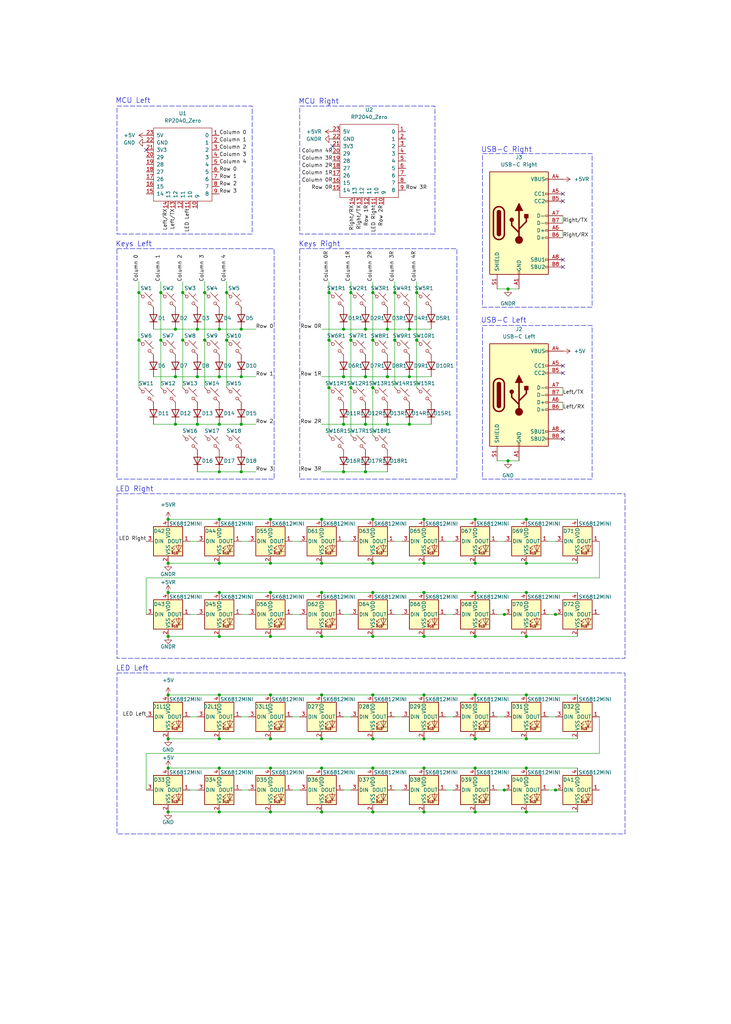
<source format=kicad_sch>
(kicad_sch (version 20250114) (generator "eeschema") (generator_version "9.0")
  (paper "User" 254 355.6)
  (title_block (title "Split") (date "2025-03-22") (rev "1") (company "Lukas Reis"))
  (rectangle (start 40.64 86.36) (end 95.25 166.37) (stroke (width 0) (type dash)))
  (rectangle (start 40.64 36.83) (end 87.63 81.28) (stroke (width 0) (type dash)))
  (rectangle (start 104.14 36.83) (end 151.13 81.28) (stroke (width 0) (type dash)))
  (rectangle (start 167.64 113.03) (end 205.74 166.37) (stroke (width 0) (type dash)))
  (rectangle (start 40.64 233.68) (end 217.17 289.56) (stroke (width 0) (type dash)))
  (rectangle (start 40.64 171.45) (end 217.17 228.6) (stroke (width 0) (type dash)))
  (rectangle (start 104.14 86.36) (end 158.75 166.37) (stroke (width 0) (type dash)))
  (rectangle (start 167.64 53.34) (end 205.74 106.68) (stroke (width 0) (type dash)))
  (text "Keys Right" (at 110.998 84.836 0) (effects (font (size 1.778 1.778))))
  (text "LED Left" (at 45.974 232.156 0) (effects (font (size 1.778 1.778))))
  (text "USB-C Left\n\n" (at 175.006 112.776 0) (effects (font (size 1.778 1.778))))
  (text "MCU Right" (at 110.744 35.306 0) (effects (font (size 1.778 1.778))))
  (text "USB-C Right" (at 176.022 52.07 0) (effects (font (size 1.778 1.778))))
  (text "Keys Left\n" (at 46.482 84.836 0) (effects (font (size 1.778 1.778))))
  (text "LED Right" (at 46.736 169.926 0) (effects (font (size 1.778 1.778))))
  (text "MCU Left" (at 46.228 35.052 0) (effects (font (size 1.778 1.778))))
  (junction (at 121.92 101.6))
  (junction (at 134.62 147.32))
  (junction (at 111.76 256.54))
  (junction (at 111.76 180.34))
  (junction (at 111.76 266.7))
  (junction (at 176.53 160.02))
  (junction (at 129.54 266.7))
  (junction (at 78.74 118.11))
  (junction (at 147.32 266.7))
  (junction (at 165.1 195.58))
  (junction (at 63.5 118.11))
  (junction (at 144.78 118.11))
  (junction (at 111.76 281.94))
  (junction (at 111.76 195.58))
  (junction (at 129.54 205.74))
  (junction (at 193.04 213.36))
  (junction (at 137.16 118.11))
  (junction (at 76.2 281.94))
  (junction (at 147.32 241.3))
  (junction (at 93.98 241.3))
  (junction (at 83.82 130.81))
  (junction (at 68.58 130.81))
  (junction (at 76.2 241.3))
  (junction (at 193.04 274.32))
  (junction (at 129.54 195.58))
  (junction (at 121.92 134.62))
  (junction (at 111.76 220.98))
  (junction (at 83.82 147.32))
  (junction (at 147.32 220.98))
  (junction (at 119.38 130.81))
  (junction (at 55.88 101.6))
  (junction (at 93.98 205.74))
  (junction (at 129.54 220.98))
  (junction (at 129.54 180.34))
  (junction (at 182.88 180.34))
  (junction (at 68.58 147.32))
  (junction (at 111.76 205.74))
  (junction (at 60.96 114.3))
  (junction (at 93.98 256.54))
  (junction (at 121.92 118.11))
  (junction (at 76.2 220.98))
  (junction (at 182.88 281.94))
  (junction (at 165.1 256.54))
  (junction (at 165.1 241.3))
  (junction (at 58.42 220.98))
  (junction (at 137.16 101.6))
  (junction (at 182.88 205.74))
  (junction (at 93.98 266.7))
  (junction (at 76.2 205.74))
  (junction (at 147.32 281.94))
  (junction (at 165.1 180.34))
  (junction (at 83.82 114.3))
  (junction (at 129.54 241.3))
  (junction (at 119.38 147.32))
  (junction (at 114.3 101.6))
  (junction (at 76.2 163.83))
  (junction (at 182.88 195.58))
  (junction (at 182.88 241.3))
  (junction (at 127 147.32))
  (junction (at 78.74 101.6))
  (junction (at 58.42 266.7))
  (junction (at 58.42 281.94))
  (junction (at 63.5 101.6))
  (junction (at 76.2 266.7))
  (junction (at 93.98 180.34))
  (junction (at 182.88 266.7))
  (junction (at 147.32 195.58))
  (junction (at 127 114.3))
  (junction (at 58.42 195.58))
  (junction (at 175.26 274.32))
  (junction (at 58.42 180.34))
  (junction (at 165.1 281.94))
  (junction (at 142.24 114.3))
  (junction (at 71.12 101.6))
  (junction (at 175.26 213.36))
  (junction (at 119.38 114.3))
  (junction (at 58.42 205.74))
  (junction (at 129.54 118.11))
  (junction (at 93.98 195.58))
  (junction (at 58.42 241.3))
  (junction (at 48.26 101.6))
  (junction (at 71.12 118.11))
  (junction (at 76.2 180.34))
  (junction (at 134.62 130.81))
  (junction (at 76.2 147.32))
  (junction (at 55.88 118.11))
  (junction (at 68.58 114.3))
  (junction (at 76.2 130.81))
  (junction (at 165.1 220.98))
  (junction (at 147.32 180.34))
  (junction (at 129.54 101.6))
  (junction (at 127 130.81))
  (junction (at 129.54 134.62))
  (junction (at 93.98 220.98))
  (junction (at 129.54 281.94))
  (junction (at 76.2 114.3))
  (junction (at 58.42 256.54))
  (junction (at 129.54 256.54))
  (junction (at 182.88 256.54))
  (junction (at 127 163.83))
  (junction (at 114.3 118.11))
  (junction (at 142.24 147.32))
  (junction (at 142.24 130.81))
  (junction (at 119.38 163.83))
  (junction (at 111.76 241.3))
  (junction (at 93.98 281.94))
  (junction (at 114.3 134.62))
  (junction (at 83.82 163.83))
  (junction (at 134.62 114.3))
  (junction (at 48.26 118.11))
  (junction (at 76.2 195.58))
  (junction (at 182.88 220.98))
  (junction (at 76.2 256.54))
  (junction (at 147.32 256.54))
  (junction (at 60.96 147.32))
  (junction (at 165.1 266.7))
  (junction (at 144.78 101.6))
  (junction (at 60.96 130.81))
  (junction (at 147.32 205.74))
  (junction (at 165.1 205.74))
  (junction (at 176.53 100.33))
  (no_connect (at 115.57 50.8))
  (no_connect (at 195.58 127))
  (no_connect (at 195.58 67.31))
  (no_connect (at 50.8 52.07))
  (no_connect (at 195.58 69.85))
  (no_connect (at 195.58 90.17))
  (no_connect (at 195.58 149.86))
  (no_connect (at 195.58 92.71))
  (no_connect (at 195.58 129.54))
  (no_connect (at 195.58 152.4))
  (wire (pts (xy 53.34 130.81) (xy 60.96 130.81)))
  (wire (pts (xy 63.5 97.79) (xy 63.5 101.6)))
  (wire (pts (xy 111.76 130.81) (xy 119.38 130.81)))
  (wire (pts (xy 165.1 281.94) (xy 182.88 281.94)))
  (wire (pts (xy 165.1 205.74) (xy 182.88 205.74)))
  (wire (pts (xy 93.98 220.98) (xy 111.76 220.98)))
  (wire (pts (xy 165.1 180.34) (xy 182.88 180.34)))
  (wire (pts (xy 142.24 114.3) (xy 149.86 114.3)))
  (wire (pts (xy 60.96 114.3) (xy 68.58 114.3)))
  (wire (pts (xy 182.88 220.98) (xy 200.66 220.98)))
  (wire (pts (xy 58.42 205.74) (xy 76.2 205.74)))
  (wire (pts (xy 182.88 180.34) (xy 200.66 180.34)))
  (wire (pts (xy 76.2 281.94) (xy 93.98 281.94)))
  (wire (pts (xy 119.38 147.32) (xy 127 147.32)))
  (wire (pts (xy 165.1 241.3) (xy 182.88 241.3)))
  (wire (pts (xy 58.42 195.58) (xy 76.2 195.58)))
  (wire (pts (xy 88.9 147.32) (xy 83.82 147.32)))
  (wire (pts (xy 53.34 114.3) (xy 60.96 114.3)))
  (wire (pts (xy 58.42 241.3) (xy 76.2 241.3)))
  (wire (pts (xy 55.88 97.79) (xy 55.88 101.6)))
  (wire (pts (xy 182.88 205.74) (xy 200.66 205.74)))
  (wire (pts (xy 119.38 248.92) (xy 121.92 248.92)))
  (wire (pts (xy 172.72 248.92) (xy 175.26 248.92)))
  (wire (pts (xy 142.24 130.81) (xy 149.86 130.81)))
  (wire (pts (xy 129.54 256.54) (xy 147.32 256.54)))
  (wire (pts (xy 93.98 241.3) (xy 111.76 241.3)))
  (wire (pts (xy 182.88 241.3) (xy 200.66 241.3)))
  (wire (pts (xy 119.38 187.96) (xy 121.92 187.96)))
  (wire (pts (xy 101.6 248.92) (xy 104.14 248.92)))
  (wire (pts (xy 195.58 80.01) (xy 195.58 82.55)))
  (wire (pts (xy 193.04 213.36) (xy 194.31 213.36)))
  (wire (pts (xy 129.54 205.74) (xy 147.32 205.74)))
  (wire (pts (xy 165.1 195.58) (xy 182.88 195.58)))
  (wire (pts (xy 76.2 241.3) (xy 93.98 241.3)))
  (wire (pts (xy 165.1 220.98) (xy 182.88 220.98)))
  (wire (pts (xy 63.5 101.6) (xy 63.5 118.11)))
  (wire (pts (xy 76.2 180.34) (xy 93.98 180.34)))
  (wire (pts (xy 101.6 274.32) (xy 104.14 274.32)))
  (wire (pts (xy 195.58 74.93) (xy 195.58 77.47)))
  (wire (pts (xy 137.16 248.92) (xy 139.7 248.92)))
  (wire (pts (xy 147.32 195.58) (xy 165.1 195.58)))
  (wire (pts (xy 195.58 134.62) (xy 195.58 137.16)))
  (wire (pts (xy 58.42 256.54) (xy 76.2 256.54)))
  (wire (pts (xy 58.42 266.7) (xy 76.2 266.7)))
  (wire (pts (xy 172.72 100.33) (xy 176.53 100.33)))
  (wire (pts (xy 121.92 101.6) (xy 121.92 118.11)))
  (wire (pts (xy 147.32 266.7) (xy 165.1 266.7)))
  (wire (pts (xy 76.2 195.58) (xy 93.98 195.58)))
  (wire (pts (xy 190.5 213.36) (xy 193.04 213.36)))
  (wire (pts (xy 111.76 281.94) (xy 129.54 281.94)))
  (wire (pts (xy 129.54 97.79) (xy 129.54 101.6)))
  (wire (pts (xy 190.5 248.92) (xy 193.04 248.92)))
  (wire (pts (xy 137.16 118.11) (xy 137.16 134.62)))
  (wire (pts (xy 83.82 163.83) (xy 88.9 163.83)))
  (wire (pts (xy 111.76 205.74) (xy 129.54 205.74)))
  (wire (pts (xy 71.12 118.11) (xy 71.12 134.62)))
  (wire (pts (xy 101.6 213.36) (xy 104.14 213.36)))
  (wire (pts (xy 60.96 147.32) (xy 68.58 147.32)))
  (wire (pts (xy 93.98 281.94) (xy 111.76 281.94)))
  (wire (pts (xy 76.2 114.3) (xy 83.82 114.3)))
  (wire (pts (xy 172.72 187.96) (xy 175.26 187.96)))
  (wire (pts (xy 119.38 274.32) (xy 121.92 274.32)))
  (wire (pts (xy 182.88 256.54) (xy 200.66 256.54)))
  (wire (pts (xy 93.98 195.58) (xy 111.76 195.58)))
  (wire (pts (xy 83.82 130.81) (xy 88.9 130.81)))
  (wire (pts (xy 50.8 261.62) (xy 50.8 274.32)))
  (wire (pts (xy 111.76 220.98) (xy 129.54 220.98)))
  (wire (pts (xy 58.42 281.94) (xy 76.2 281.94)))
  (wire (pts (xy 50.8 261.62) (xy 208.28 261.62)))
  (wire (pts (xy 147.32 205.74) (xy 165.1 205.74)))
  (wire (pts (xy 83.82 187.96) (xy 86.36 187.96)))
  (wire (pts (xy 127 147.32) (xy 134.62 147.32)))
  (wire (pts (xy 66.04 187.96) (xy 68.58 187.96)))
  (wire (pts (xy 134.62 114.3) (xy 142.24 114.3)))
  (wire (pts (xy 154.94 274.32) (xy 157.48 274.32)))
  (wire (pts (xy 119.38 213.36) (xy 121.92 213.36)))
  (wire (pts (xy 83.82 114.3) (xy 88.9 114.3)))
  (wire (pts (xy 144.78 118.11) (xy 144.78 134.62)))
  (wire (pts (xy 66.04 274.32) (xy 68.58 274.32)))
  (wire (pts (xy 127 114.3) (xy 134.62 114.3)))
  (wire (pts (xy 154.94 213.36) (xy 157.48 213.36)))
  (wire (pts (xy 119.38 114.3) (xy 127 114.3)))
  (wire (pts (xy 144.78 101.6) (xy 144.78 118.11)))
  (wire (pts (xy 208.28 248.92) (xy 208.28 261.62)))
  (wire (pts (xy 76.2 130.81) (xy 83.82 130.81)))
  (wire (pts (xy 127 163.83) (xy 134.62 163.83)))
  (wire (pts (xy 48.26 97.79) (xy 48.26 101.6)))
  (wire (pts (xy 71.12 101.6) (xy 71.12 118.11)))
  (wire (pts (xy 147.32 180.34) (xy 165.1 180.34)))
  (wire (pts (xy 147.32 241.3) (xy 165.1 241.3)))
  (wire (pts (xy 111.76 195.58) (xy 129.54 195.58)))
  (wire (pts (xy 55.88 101.6) (xy 55.88 118.11)))
  (wire (pts (xy 137.16 101.6) (xy 137.16 118.11)))
  (wire (pts (xy 147.32 256.54) (xy 165.1 256.54)))
  (wire (pts (xy 93.98 180.34) (xy 111.76 180.34)))
  (wire (pts (xy 144.78 97.79) (xy 144.78 101.6)))
  (wire (pts (xy 190.5 187.96) (xy 193.04 187.96)))
  (wire (pts (xy 172.72 160.02) (xy 176.53 160.02)))
  (wire (pts (xy 175.26 274.32) (xy 176.53 274.32)))
  (wire (pts (xy 78.74 118.11) (xy 78.74 134.62)))
  (wire (pts (xy 208.28 187.96) (xy 208.28 200.66)))
  (wire (pts (xy 76.2 266.7) (xy 93.98 266.7)))
  (wire (pts (xy 121.92 97.79) (xy 121.92 101.6)))
  (wire (pts (xy 172.72 274.32) (xy 175.26 274.32)))
  (wire (pts (xy 129.54 180.34) (xy 147.32 180.34)))
  (wire (pts (xy 182.88 266.7) (xy 200.66 266.7)))
  (wire (pts (xy 129.54 281.94) (xy 147.32 281.94)))
  (wire (pts (xy 154.94 187.96) (xy 157.48 187.96)))
  (wire (pts (xy 129.54 118.11) (xy 129.54 134.62)))
  (wire (pts (xy 114.3 101.6) (xy 114.3 118.11)))
  (wire (pts (xy 76.2 163.83) (xy 83.82 163.83)))
  (wire (pts (xy 58.42 220.98) (xy 76.2 220.98)))
  (wire (pts (xy 48.26 118.11) (xy 48.26 134.62)))
  (wire (pts (xy 134.62 147.32) (xy 142.24 147.32)))
  (wire (pts (xy 195.58 139.7) (xy 195.58 142.24)))
  (wire (pts (xy 137.16 97.79) (xy 137.16 101.6)))
  (wire (pts (xy 137.16 187.96) (xy 139.7 187.96)))
  (wire (pts (xy 76.2 256.54) (xy 93.98 256.54)))
  (wire (pts (xy 76.2 220.98) (xy 93.98 220.98)))
  (wire (pts (xy 68.58 130.81) (xy 76.2 130.81)))
  (wire (pts (xy 176.53 160.02) (xy 180.34 160.02)))
  (wire (pts (xy 193.04 274.32) (xy 194.31 274.32)))
  (wire (pts (xy 78.74 97.79) (xy 78.74 101.6)))
  (wire (pts (xy 111.76 180.34) (xy 129.54 180.34)))
  (wire (pts (xy 134.62 130.81) (xy 142.24 130.81)))
  (wire (pts (xy 76.2 205.74) (xy 93.98 205.74)))
  (wire (pts (xy 175.26 213.36) (xy 176.53 213.36)))
  (wire (pts (xy 55.88 118.11) (xy 55.88 134.62)))
  (wire (pts (xy 129.54 241.3) (xy 147.32 241.3)))
  (wire (pts (xy 76.2 147.32) (xy 83.82 147.32)))
  (wire (pts (xy 66.04 248.92) (xy 68.58 248.92)))
  (wire (pts (xy 127 130.81) (xy 134.62 130.81)))
  (wire (pts (xy 129.54 220.98) (xy 147.32 220.98)))
  (wire (pts (xy 119.38 130.81) (xy 127 130.81)))
  (wire (pts (xy 78.74 101.6) (xy 78.74 118.11)))
  (wire (pts (xy 111.76 266.7) (xy 129.54 266.7)))
  (wire (pts (xy 111.76 241.3) (xy 129.54 241.3)))
  (wire (pts (xy 147.32 220.98) (xy 165.1 220.98)))
  (wire (pts (xy 154.94 248.92) (xy 157.48 248.92)))
  (wire (pts (xy 182.88 281.94) (xy 200.66 281.94)))
  (wire (pts (xy 114.3 118.11) (xy 114.3 134.62)))
  (wire (pts (xy 165.1 256.54) (xy 182.88 256.54)))
  (wire (pts (xy 111.76 147.32) (xy 119.38 147.32)))
  (wire (pts (xy 147.32 281.94) (xy 165.1 281.94)))
  (wire (pts (xy 129.54 101.6) (xy 129.54 118.11)))
  (wire (pts (xy 137.16 213.36) (xy 139.7 213.36)))
  (wire (pts (xy 68.58 114.3) (xy 76.2 114.3)))
  (wire (pts (xy 50.8 200.66) (xy 208.28 200.66)))
  (wire (pts (xy 63.5 118.11) (xy 63.5 134.62)))
  (wire (pts (xy 83.82 248.92) (xy 86.36 248.92)))
  (wire (pts (xy 176.53 100.33) (xy 180.34 100.33)))
  (wire (pts (xy 58.42 180.34) (xy 76.2 180.34)))
  (wire (pts (xy 172.72 213.36) (xy 175.26 213.36)))
  (wire (pts (xy 71.12 97.79) (xy 71.12 101.6)))
  (wire (pts (xy 93.98 266.7) (xy 111.76 266.7)))
  (wire (pts (xy 101.6 187.96) (xy 104.14 187.96)))
  (wire (pts (xy 60.96 130.81) (xy 68.58 130.81)))
  (wire (pts (xy 182.88 195.58) (xy 200.66 195.58)))
  (wire (pts (xy 111.76 256.54) (xy 129.54 256.54)))
  (wire (pts (xy 129.54 266.7) (xy 147.32 266.7)))
  (wire (pts (xy 129.54 195.58) (xy 147.32 195.58)))
  (wire (pts (xy 93.98 205.74) (xy 111.76 205.74)))
  (wire (pts (xy 83.82 213.36) (xy 86.36 213.36)))
  (wire (pts (xy 83.82 274.32) (xy 86.36 274.32)))
  (wire (pts (xy 114.3 134.62) (xy 114.3 151.13)))
  (wire (pts (xy 119.38 163.83) (xy 127 163.83)))
  (wire (pts (xy 68.58 163.83) (xy 76.2 163.83)))
  (wire (pts (xy 93.98 256.54) (xy 111.76 256.54)))
  (wire (pts (xy 137.16 274.32) (xy 139.7 274.32)))
  (wire (pts (xy 68.58 147.32) (xy 76.2 147.32)))
  (wire (pts (xy 111.76 114.3) (xy 119.38 114.3)))
  (wire (pts (xy 50.8 200.66) (xy 50.8 213.36)))
  (wire (pts (xy 53.34 147.32) (xy 60.96 147.32)))
  (wire (pts (xy 111.76 163.83) (xy 119.38 163.83)))
  (wire (pts (xy 121.92 118.11) (xy 121.92 134.62)))
  (wire (pts (xy 165.1 266.7) (xy 182.88 266.7)))
  (wire (pts (xy 66.04 213.36) (xy 68.58 213.36)))
  (wire (pts (xy 190.5 274.32) (xy 193.04 274.32)))
  (wire (pts (xy 114.3 97.79) (xy 114.3 101.6)))
  (wire (pts (xy 121.92 134.62) (xy 121.92 151.13)))
  (wire (pts (xy 48.26 101.6) (xy 48.26 118.11)))
  (wire (pts (xy 142.24 147.32) (xy 149.86 147.32)))
  (wire (pts (xy 129.54 134.62) (xy 129.54 151.13)))
  (label "Column 0R" (at 115.57 63.5 180))
  (label "Row 1" (at 88.9 130.81 0))
  (label "Row 1" (at 76.2 62.23 0))
  (label "Column 1R" (at 121.92 97.79 90))
  (label "Row 1R" (at 128.27 71.12 270))
  (label "LED Right" (at 50.8 187.96 180))
  (label "Row 3" (at 76.2 67.31 0))
  (label "Row 0R" (at 111.76 114.3 180))
  (label "Column 3" (at 71.12 97.79 90))
  (label "Row 2" (at 76.2 64.77 0))
  (label "Column 1R" (at 115.57 60.96 180))
  (label "Row 0" (at 76.2 59.69 0))
  (label "Column 4R" (at 144.78 97.79 90))
  (label "Column 4R" (at 115.57 53.34 180))
  (label "Right{slash}TX" (at 125.73 71.12 270))
  (label "Column 4" (at 76.2 57.15 0))
  (label "Column 1" (at 76.2 49.53 0))
  (label "Column 0" (at 48.26 97.79 90))
  (label "Column 2R" (at 129.54 97.79 90))
  (label "Column 3" (at 76.2 54.61 0))
  (label "Left{slash}TX" (at 60.96 72.39 270))
  (label "Column 3R" (at 115.57 55.88 180))
  (label "Row 3R" (at 111.76 163.83 180))
  (label "Row 3R" (at 140.97 66.04 0))
  (label "Row 0" (at 88.9 114.3 0))
  (label "Right{slash}TX" (at 195.58 77.47 0))
  (label "Column 1" (at 55.88 97.79 90))
  (label "Column 3R" (at 137.16 97.79 90))
  (label "Right{slash}RX" (at 123.19 71.12 270))
  (label "Row 3" (at 88.9 163.83 0))
  (label "LED Right" (at 130.81 71.12 270))
  (label "Right{slash}RX" (at 195.58 82.55 0))
  (label "Column 2" (at 76.2 52.07 0))
  (label "Column 2R" (at 115.57 58.42 180))
  (label "LED Left" (at 50.8 248.92 180))
  (label "Column 0" (at 76.2 46.99 0))
  (label "LED Left" (at 66.04 72.39 270))
  (label "Row 2" (at 88.9 147.32 0))
  (label "Row 1R" (at 111.76 130.81 180))
  (label "Row 0R" (at 115.57 66.04 180))
  (label "Column 0R" (at 114.3 97.79 90))
  (label "Row 2R" (at 111.76 147.32 180))
  (label "Column 2" (at 63.5 97.79 90))
  (label "Row 2R" (at 133.35 71.12 270))
  (label "Left{slash}TX" (at 195.58 137.16 0))
  (label "Left{slash}RX" (at 58.42 72.39 270))
  (label "Left{slash}RX" (at 195.58 142.24 0))
  (label "Column 4" (at 78.74 97.79 90))
  (symbol (lib_id "LED:SK6812MINI") (at 129.54 248.92 0) (unit 1)
    (property "Reference" "D28" (at 126.492 245.364 0))
    (property "Value" "SK6812MINI" (at 135.636 242.824 0))
    (property "Footprint" "ScottoKeebs_Components:LED_SK6812MINI" (effects (hide yes)))
    (property "Datasheet" "https://cdn-shop.adafruit.com/product-files/2686/SK6812MINI_REV.01-1-2.pdf" (effects (hide yes)))
    (property "Description" "RGB LED with integrated controller" (effects (hide yes)))
  )
  (symbol (lib_id "Device:D") (at 134.62 160.02 90) (unit 1)
    (property "Reference" "D18R1" (at 135.382 160.02 90) (effects (justify right)))
    (property "Value" "D" (effects (hide yes)))
    (property "Footprint" "ScottoKeebs_Components:Diode_SOD-123" (effects (hide yes)))
    (property "Description" "Diode" (effects (hide yes)))
    (property "Sim.Device" "D" (effects (hide yes)))
    (property "Sim.Pins" "1=K 2=A" (effects (hide yes)))
  )
  (symbol (lib_id "Device:D") (at 68.58 110.49 90) (unit 1)
    (property "Reference" "D3" (at 70.104 110.49 90) (effects (justify right)))
    (property "Value" "D" (effects (hide yes)))
    (property "Footprint" "ScottoKeebs_Components:Diode_SOD-123" (effects (hide yes)))
    (property "Description" "Diode" (effects (hide yes)))
    (property "Sim.Device" "D" (effects (hide yes)))
    (property "Sim.Pins" "1=K 2=A" (effects (hide yes)))
  )
  (symbol (lib_id "Device:D") (at 53.34 110.49 90) (unit 1)
    (property "Reference" "D1" (at 54.864 110.49 90) (effects (justify right)))
    (property "Value" "D" (effects (hide yes)))
    (property "Footprint" "ScottoKeebs_Components:Diode_SOD-123" (effects (hide yes)))
    (property "Description" "Diode" (effects (hide yes)))
    (property "Sim.Device" "D" (effects (hide yes)))
    (property "Sim.Pins" "1=K 2=A" (effects (hide yes)))
  )
  (symbol (lib_id "Device:D") (at 76.2 160.02 90) (unit 1)
    (property "Reference" "D17" (at 77.724 160.02 90) (effects (justify right)))
    (property "Value" "D" (effects (hide yes)))
    (property "Footprint" "ScottoKeebs_Components:Diode_SOD-123" (effects (hide yes)))
    (property "Description" "Diode" (effects (hide yes)))
    (property "Sim.Device" "D" (effects (hide yes)))
    (property "Sim.Pins" "1=K 2=A" (effects (hide yes)))
  )
  (symbol (lib_id "Device:D") (at 127 127 90) (unit 1)
    (property "Reference" "D7R1" (at 128.524 127 90) (effects (justify right)))
    (property "Value" "D" (effects (hide yes)))
    (property "Footprint" "ScottoKeebs_Components:Diode_SOD-123" (effects (hide yes)))
    (property "Description" "Diode" (effects (hide yes)))
    (property "Sim.Device" "D" (effects (hide yes)))
    (property "Sim.Pins" "1=K 2=A" (effects (hide yes)))
  )
  (symbol (lib_id "LED:SK6812MINI") (at 129.54 274.32 0) (unit 1)
    (property "Reference" "D37" (at 126.492 270.764 0))
    (property "Value" "SK6812MINI" (at 135.636 268.224 0))
    (property "Footprint" "ScottoKeebs_Components:LED_SK6812MINI" (effects (hide yes)))
    (property "Datasheet" "https://cdn-shop.adafruit.com/product-files/2686/SK6812MINI_REV.01-1-2.pdf" (effects (hide yes)))
    (property "Description" "RGB LED with integrated controller" (effects (hide yes)))
  )
  (symbol (lib_id "Switch:SW_Push_45deg") (at 66.04 120.65 0) (unit 1)
    (property "Reference" "SW8" (at 66.04 116.586 0))
    (property "Value" "SW_Push_45deg" (effects (hide yes)))
    (property "Footprint" "MX_Hotswap:MX-Hotswap-1U" (effects (hide yes)))
    (property "Description" "Push button switch, normally open, two pins, 45° tilted" (effects (hide yes)))
  )
  (symbol (lib_id "power:+5V") (at 115.57 45.72 90) (unit 1)
    (property "Reference" "#PWR011" (effects (hide yes)))
    (property "Value" "+5VR" (at 111.76 45.7201 90) (effects (justify left)))
    (property "Description" "Power symbol creates a global label with name \"+5V\"" (effects (hide yes)))
  )
  (symbol (lib_id "Device:D") (at 119.38 143.51 90) (unit 1)
    (property "Reference" "D11R1" (at 120.142 143.51 90) (effects (justify right)))
    (property "Value" "D" (effects (hide yes)))
    (property "Footprint" "ScottoKeebs_Components:Diode_SOD-123" (effects (hide yes)))
    (property "Description" "Diode" (effects (hide yes)))
    (property "Sim.Device" "D" (effects (hide yes)))
    (property "Sim.Pins" "1=K 2=A" (effects (hide yes)))
  )
  (symbol (lib_id "Switch:SW_Push_45deg") (at 66.04 153.67 0) (unit 1)
    (property "Reference" "SW16" (at 66.04 149.606 0))
    (property "Value" "SW_Push_45deg" (effects (hide yes)))
    (property "Footprint" "MX_Hotswap:MX-Hotswap-1U" (effects (hide yes)))
    (property "Description" "Push button switch, normally open, two pins, 45° tilted" (effects (hide yes)))
  )
  (symbol (lib_id "LED:SK6812MINI") (at 182.88 187.96 0) (unit 1)
    (property "Reference" "D69" (at 179.832 184.404 0))
    (property "Value" "SK6812MINI" (at 188.976 181.864 0))
    (property "Footprint" "ScottoKeebs_Components:LED_SK6812MINI" (effects (hide yes)))
    (property "Datasheet" "https://cdn-shop.adafruit.com/product-files/2686/SK6812MINI_REV.01-1-2.pdf" (effects (hide yes)))
    (property "Description" "RGB LED with integrated controller" (effects (hide yes)))
  )
  (symbol (lib_id "power:GND") (at 176.53 160.02 0) (unit 1)
    (property "Reference" "#PWR032" (effects (hide yes)))
    (property "Value" "GND" (at 176.53 165.1 0))
    (property "Description" "Power symbol creates a global label with name \"GND\" , ground" (effects (hide yes)))
  )
  (symbol (lib_id "LED:SK6812MINI") (at 93.98 187.96 0) (unit 1)
    (property "Reference" "D55" (at 90.932 184.404 0))
    (property "Value" "SK6812MINI" (at 100.076 181.864 0))
    (property "Footprint" "ScottoKeebs_Components:LED_SK6812MINI" (effects (hide yes)))
    (property "Datasheet" "https://cdn-shop.adafruit.com/product-files/2686/SK6812MINI_REV.01-1-2.pdf" (effects (hide yes)))
    (property "Description" "RGB LED with integrated controller" (effects (hide yes)))
  )
  (symbol (lib_id "LED:SK6812MINI") (at 182.88 248.92 0) (unit 1)
    (property "Reference" "D31" (at 179.832 245.364 0))
    (property "Value" "SK6812MINI" (at 188.976 242.824 0))
    (property "Footprint" "ScottoKeebs_Components:LED_SK6812MINI" (effects (hide yes)))
    (property "Datasheet" "https://cdn-shop.adafruit.com/product-files/2686/SK6812MINI_REV.01-1-2.pdf" (effects (hide yes)))
    (property "Description" "RGB LED with integrated controller" (effects (hide yes)))
  )
  (symbol (lib_id "Switch:SW_Push_45deg") (at 124.46 137.16 0) (unit 1)
    (property "Reference" "SW12R1" (at 124.46 133.096 0))
    (property "Value" "SW_Push_45deg" (effects (hide yes)))
    (property "Footprint" "MX_Hotswap:MX-Hotswap-1U" (effects (hide yes)))
    (property "Description" "Push button switch, normally open, two pins, 45° tilted" (effects (hide yes)))
  )
  (symbol (lib_id "Switch:SW_Push_45deg") (at 73.66 104.14 0) (unit 1)
    (property "Reference" "SW4" (at 73.66 100.076 0))
    (property "Value" "SW_Push_45deg" (effects (hide yes)))
    (property "Footprint" "MX_Hotswap:MX-Hotswap-1U" (effects (hide yes)))
    (property "Description" "Push button switch, normally open, two pins, 45° tilted" (effects (hide yes)))
  )
  (symbol (lib_id "Device:D") (at 68.58 127 90) (unit 1)
    (property "Reference" "D8" (at 70.104 127 90) (effects (justify right)))
    (property "Value" "D" (effects (hide yes)))
    (property "Footprint" "ScottoKeebs_Components:Diode_SOD-123" (effects (hide yes)))
    (property "Description" "Diode" (effects (hide yes)))
    (property "Sim.Device" "D" (effects (hide yes)))
    (property "Sim.Pins" "1=K 2=A" (effects (hide yes)))
  )
  (symbol (lib_id "LED:SK6812MINI") (at 165.1 248.92 0) (unit 1)
    (property "Reference" "D30" (at 162.052 245.364 0))
    (property "Value" "SK6812MINI" (at 171.196 242.824 0))
    (property "Footprint" "ScottoKeebs_Components:LED_SK6812MINI" (effects (hide yes)))
    (property "Datasheet" "https://cdn-shop.adafruit.com/product-files/2686/SK6812MINI_REV.01-1-2.pdf" (effects (hide yes)))
    (property "Description" "RGB LED with integrated controller" (effects (hide yes)))
  )
  (symbol (lib_id "Device:D") (at 149.86 143.51 90) (unit 1)
    (property "Reference" "D15R1" (at 150.622 143.51 90) (effects (justify right)))
    (property "Value" "D" (effects (hide yes)))
    (property "Footprint" "ScottoKeebs_Components:Diode_SOD-123" (effects (hide yes)))
    (property "Description" "Diode" (effects (hide yes)))
    (property "Sim.Device" "D" (effects (hide yes)))
    (property "Sim.Pins" "1=K 2=A" (effects (hide yes)))
  )
  (symbol (lib_id "LED:SK6812MINI") (at 111.76 187.96 0) (unit 1)
    (property "Reference" "D61" (at 108.712 184.404 0))
    (property "Value" "SK6812MINI" (at 117.856 181.864 0))
    (property "Footprint" "ScottoKeebs_Components:LED_SK6812MINI" (effects (hide yes)))
    (property "Datasheet" "https://cdn-shop.adafruit.com/product-files/2686/SK6812MINI_REV.01-1-2.pdf" (effects (hide yes)))
    (property "Description" "RGB LED with integrated controller" (effects (hide yes)))
  )
  (symbol (lib_id "Switch:SW_Push_45deg") (at 58.42 120.65 0) (unit 1)
    (property "Reference" "SW7" (at 58.42 116.586 0))
    (property "Value" "SW_Push_45deg" (effects (hide yes)))
    (property "Footprint" "MX_Hotswap:MX-Hotswap-1U" (effects (hide yes)))
    (property "Description" "Push button switch, normally open, two pins, 45° tilted" (effects (hide yes)))
  )
  (symbol (lib_id "Switch:SW_Push_45deg") (at 132.08 104.14 0) (unit 1)
    (property "Reference" "SW3R1" (at 132.08 100.076 0))
    (property "Value" "SW_Push_45deg" (effects (hide yes)))
    (property "Footprint" "MX_Hotswap:MX-Hotswap-1U" (effects (hide yes)))
    (property "Description" "Push button switch, normally open, two pins, 45° tilted" (effects (hide yes)))
  )
  (symbol (lib_id "Switch:SW_Push_45deg") (at 116.84 104.14 0) (unit 1)
    (property "Reference" "SW1R1" (at 116.84 100.076 0))
    (property "Value" "SW_Push_45deg" (effects (hide yes)))
    (property "Footprint" "MX_Hotswap:MX-Hotswap-1U" (effects (hide yes)))
    (property "Description" "Push button switch, normally open, two pins, 45° tilted" (effects (hide yes)))
  )
  (symbol (lib_id "Device:D") (at 149.86 110.49 90) (unit 1)
    (property "Reference" "D5R1" (at 151.384 110.49 90) (effects (justify right)))
    (property "Value" "D" (effects (hide yes)))
    (property "Footprint" "ScottoKeebs_Components:Diode_SOD-123" (effects (hide yes)))
    (property "Description" "Diode" (effects (hide yes)))
    (property "Sim.Device" "D" (effects (hide yes)))
    (property "Sim.Pins" "1=K 2=A" (effects (hide yes)))
  )
  (symbol (lib_id "Switch:SW_Push_45deg") (at 66.04 137.16 0) (unit 1)
    (property "Reference" "SW13" (at 66.04 133.096 0))
    (property "Value" "SW_Push_45deg" (effects (hide yes)))
    (property "Footprint" "MX_Hotswap:MX-Hotswap-1U" (effects (hide yes)))
    (property "Description" "Push button switch, normally open, two pins, 45° tilted" (effects (hide yes)))
  )
  (symbol (lib_id "Switch:SW_Push_45deg") (at 58.42 104.14 0) (unit 1)
    (property "Reference" "SW2" (at 58.42 100.076 0))
    (property "Value" "SW_Push_45deg" (effects (hide yes)))
    (property "Footprint" "MX_Hotswap:MX-Hotswap-1U" (effects (hide yes)))
    (property "Description" "Push button switch, normally open, two pins, 45° tilted" (effects (hide yes)))
  )
  (symbol (lib_id "Device:D") (at 134.62 143.51 90) (unit 1)
    (property "Reference" "D13R1" (at 135.382 143.51 90) (effects (justify right)))
    (property "Value" "D" (effects (hide yes)))
    (property "Footprint" "ScottoKeebs_Components:Diode_SOD-123" (effects (hide yes)))
    (property "Description" "Diode" (effects (hide yes)))
    (property "Sim.Device" "D" (effects (hide yes)))
    (property "Sim.Pins" "1=K 2=A" (effects (hide yes)))
  )
  (symbol (lib_id "LED:SK6812MINI") (at 111.76 274.32 0) (unit 1)
    (property "Reference" "D36" (at 108.712 270.764 0))
    (property "Value" "SK6812MINI" (at 117.856 268.224 0))
    (property "Footprint" "ScottoKeebs_Components:LED_SK6812MINI" (effects (hide yes)))
    (property "Datasheet" "https://cdn-shop.adafruit.com/product-files/2686/SK6812MINI_REV.01-1-2.pdf" (effects (hide yes)))
    (property "Description" "RGB LED with integrated controller" (effects (hide yes)))
  )
  (symbol (lib_name "+5V_1") (lib_id "power:+5V") (at 195.58 121.92 270) (unit 1)
    (property "Reference" "#PWR031" (effects (hide yes)))
    (property "Value" "+5V" (at 199.39 121.9199 90) (effects (justify left)))
    (property "Description" "Power symbol creates a global label with name \"+5V\"" (effects (hide yes)))
  )
  (symbol (lib_id "Switch:SW_Push_45deg") (at 81.28 137.16 0) (unit 1)
    (property "Reference" "SW15" (at 81.28 133.096 0))
    (property "Value" "SW_Push_45deg" (effects (hide yes)))
    (property "Footprint" "MX_Hotswap:MX-Hotswap-1U" (effects (hide yes)))
    (property "Description" "Push button switch, normally open, two pins, 45° tilted" (effects (hide yes)))
  )
  (symbol (lib_id "power:GND") (at 58.42 220.98 0) (unit 1)
    (property "Reference" "#PWR010" (effects (hide yes)))
    (property "Value" "GNDR" (at 58.42 224.536 0))
    (property "Description" "Power symbol creates a global label with name \"GND\" , ground" (effects (hide yes)))
  )
  (symbol (lib_id "Device:D") (at 53.34 143.51 90) (unit 1)
    (property "Reference" "D11" (at 54.864 143.51 90) (effects (justify right)))
    (property "Value" "D" (effects (hide yes)))
    (property "Footprint" "ScottoKeebs_Components:Diode_SOD-123" (effects (hide yes)))
    (property "Description" "Diode" (effects (hide yes)))
    (property "Sim.Device" "D" (effects (hide yes)))
    (property "Sim.Pins" "1=K 2=A" (effects (hide yes)))
  )
  (symbol (lib_id "LED:SK6812MINI") (at 58.42 213.36 0) (unit 1)
    (property "Reference" "D43" (at 55.372 209.804 0))
    (property "Value" "SK6812MINI" (at 64.516 207.264 0))
    (property "Footprint" "ScottoKeebs_Components:LED_SK6812MINI" (effects (hide yes)))
    (property "Datasheet" "https://cdn-shop.adafruit.com/product-files/2686/SK6812MINI_REV.01-1-2.pdf" (effects (hide yes)))
    (property "Description" "RGB LED with integrated controller" (effects (hide yes)))
  )
  (symbol (lib_id "Device:D") (at 60.96 143.51 90) (unit 1)
    (property "Reference" "D12" (at 62.484 143.51 90) (effects (justify right)))
    (property "Value" "D" (effects (hide yes)))
    (property "Footprint" "ScottoKeebs_Components:Diode_SOD-123" (effects (hide yes)))
    (property "Description" "Diode" (effects (hide yes)))
    (property "Sim.Device" "D" (effects (hide yes)))
    (property "Sim.Pins" "1=K 2=A" (effects (hide yes)))
  )
  (symbol (lib_id "power:+5V") (at 50.8 46.99 90) (unit 1)
    (property "Reference" "#PWR02" (effects (hide yes)))
    (property "Value" "+5V" (at 46.99 46.9901 90) (effects (justify left)))
    (property "Description" "Power symbol creates a global label with name \"+5V\"" (effects (hide yes)))
  )
  (symbol (lib_id "power:GND1") (at 176.53 100.33 0) (unit 1)
    (property "Reference" "#PWR013" (effects (hide yes)))
    (property "Value" "GNDR" (at 176.53 105.41 0))
    (property "Description" "Power symbol creates a global label with name \"GND1\" , ground" (effects (hide yes)))
  )
  (symbol (lib_id "power:+5V") (at 58.42 205.74 0) (unit 1)
    (property "Reference" "#PWR09" (effects (hide yes)))
    (property "Value" "+5VR" (at 58.42 202.184 0))
    (property "Description" "Power symbol creates a global label with name \"+5V\"" (effects (hide yes)))
  )
  (symbol (lib_id "Device:D") (at 119.38 160.02 90) (unit 1)
    (property "Reference" "D16R1" (at 120.142 160.02 90) (effects (justify right)))
    (property "Value" "D" (effects (hide yes)))
    (property "Footprint" "ScottoKeebs_Components:Diode_SOD-123" (effects (hide yes)))
    (property "Description" "Diode" (effects (hide yes)))
    (property "Sim.Device" "D" (effects (hide yes)))
    (property "Sim.Pins" "1=K 2=A" (effects (hide yes)))
  )
  (symbol (lib_id "LED:SK6812MINI") (at 147.32 248.92 0) (unit 1)
    (property "Reference" "D29" (at 144.272 245.364 0))
    (property "Value" "SK6812MINI" (at 153.416 242.824 0))
    (property "Footprint" "ScottoKeebs_Components:LED_SK6812MINI" (effects (hide yes)))
    (property "Datasheet" "https://cdn-shop.adafruit.com/product-files/2686/SK6812MINI_REV.01-1-2.pdf" (effects (hide yes)))
    (property "Description" "RGB LED with integrated controller" (effects (hide yes)))
  )
  (symbol (lib_id "Device:D") (at 76.2 143.51 90) (unit 1)
    (property "Reference" "D14" (at 77.724 143.51 90) (effects (justify right)))
    (property "Value" "D" (effects (hide yes)))
    (property "Footprint" "ScottoKeebs_Components:Diode_SOD-123" (effects (hide yes)))
    (property "Description" "Diode" (effects (hide yes)))
    (property "Sim.Device" "D" (effects (hide yes)))
    (property "Sim.Pins" "1=K 2=A" (effects (hide yes)))
  )
  (symbol (lib_id "LED:SK6812MINI") (at 147.32 187.96 0) (unit 1)
    (property "Reference" "D65" (at 144.272 184.404 0))
    (property "Value" "SK6812MINI" (at 153.416 181.864 0))
    (property "Footprint" "ScottoKeebs_Components:LED_SK6812MINI" (effects (hide yes)))
    (property "Datasheet" "https://cdn-shop.adafruit.com/product-files/2686/SK6812MINI_REV.01-1-2.pdf" (effects (hide yes)))
    (property "Description" "RGB LED with integrated controller" (effects (hide yes)))
  )
  (symbol (lib_id "LED:SK6812MINI") (at 93.98 248.92 0) (unit 1)
    (property "Reference" "D3L1" (at 90.932 245.364 0))
    (property "Value" "SK6812MINI" (at 100.076 242.824 0))
    (property "Footprint" "ScottoKeebs_Components:LED_SK6812MINI" (effects (hide yes)))
    (property "Datasheet" "https://cdn-shop.adafruit.com/product-files/2686/SK6812MINI_REV.01-1-2.pdf" (effects (hide yes)))
    (property "Description" "RGB LED with integrated controller" (effects (hide yes)))
  )
  (symbol (lib_id "LED:SK6812MINI") (at 200.66 187.96 0) (unit 1)
    (property "Reference" "D71" (at 197.612 184.404 0))
    (property "Value" "SK6812MINI" (at 206.756 181.864 0))
    (property "Footprint" "ScottoKeebs_Components:LED_SK6812MINI" (effects (hide yes)))
    (property "Datasheet" "https://cdn-shop.adafruit.com/product-files/2686/SK6812MINI_REV.01-1-2.pdf" (effects (hide yes)))
    (property "Description" "RGB LED with integrated controller" (effects (hide yes)))
  )
  (symbol (lib_id "LED:SK6812MINI") (at 111.76 248.92 0) (unit 1)
    (property "Reference" "D27" (at 108.712 245.364 0))
    (property "Value" "SK6812MINI" (at 117.856 242.824 0))
    (property "Footprint" "ScottoKeebs_Components:LED_SK6812MINI" (effects (hide yes)))
    (property "Datasheet" "https://cdn-shop.adafruit.com/product-files/2686/SK6812MINI_REV.01-1-2.pdf" (effects (hide yes)))
    (property "Description" "RGB LED with integrated controller" (effects (hide yes)))
  )
  (symbol (lib_id "Device:D") (at 60.96 127 90) (unit 1)
    (property "Reference" "D7" (at 62.484 127 90) (effects (justify right)))
    (property "Value" "D" (effects (hide yes)))
    (property "Footprint" "ScottoKeebs_Components:Diode_SOD-123" (effects (hide yes)))
    (property "Description" "Diode" (effects (hide yes)))
    (property "Sim.Device" "D" (effects (hide yes)))
    (property "Sim.Pins" "1=K 2=A" (effects (hide yes)))
  )
  (symbol (lib_id "power:GND") (at 50.8 49.53 270) (unit 1)
    (property "Reference" "#PWR01" (effects (hide yes)))
    (property "Value" "GND" (at 46.99 49.5299 90) (effects (justify right)))
    (property "Description" "Power symbol creates a global label with name \"GND\" , ground" (effects (hide yes)))
  )
  (symbol (lib_id "LED:SK6812MINI") (at 111.76 213.36 0) (unit 1)
    (property "Reference" "D62" (at 108.712 209.804 0))
    (property "Value" "SK6812MINI" (at 117.856 207.264 0))
    (property "Footprint" "ScottoKeebs_Components:LED_SK6812MINI" (effects (hide yes)))
    (property "Datasheet" "https://cdn-shop.adafruit.com/product-files/2686/SK6812MINI_REV.01-1-2.pdf" (effects (hide yes)))
    (property "Description" "RGB LED with integrated controller" (effects (hide yes)))
  )
  (symbol (lib_id "Connector:USB_C_Receptacle_USB2.0_16P") (at 180.34 137.16 0) (unit 1)
    (property "Reference" "J2" (at 180.34 114.3 0))
    (property "Value" "USB-C Left" (at 180.34 116.84 0))
    (property "Footprint" "kbd:TYPE-C-31-M-13C" (effects (hide yes)))
    (property "Datasheet" "https://www.usb.org/sites/default/files/documents/usb_type-c.zip" (effects (hide yes)))
    (property "Description" "USB 2.0-only 16P Type-C Receptacle connector" (effects (hide yes)))
  )
  (symbol (lib_id "LED:SK6812MINI") (at 76.2 274.32 0) (unit 1)
    (property "Reference" "D34" (at 73.152 270.764 0))
    (property "Value" "SK6812MINI" (at 82.296 268.224 0))
    (property "Footprint" "ScottoKeebs_Components:LED_SK6812MINI" (effects (hide yes)))
    (property "Datasheet" "https://cdn-shop.adafruit.com/product-files/2686/SK6812MINI_REV.01-1-2.pdf" (effects (hide yes)))
    (property "Description" "RGB LED with integrated controller" (effects (hide yes)))
  )
  (symbol (lib_id "LED:SK6812MINI") (at 200.66 274.32 0) (unit 1)
    (property "Reference" "D41" (at 197.612 270.764 0))
    (property "Value" "SK6812MINI" (at 206.756 268.224 0))
    (property "Footprint" "ScottoKeebs_Components:LED_SK6812MINI" (effects (hide yes)))
    (property "Datasheet" "https://cdn-shop.adafruit.com/product-files/2686/SK6812MINI_REV.01-1-2.pdf" (effects (hide yes)))
    (property "Description" "RGB LED with integrated controller" (effects (hide yes)))
  )
  (symbol (lib_id "LED:SK6812MINI") (at 58.42 187.96 0) (unit 1)
    (property "Reference" "D42" (at 55.372 184.404 0))
    (property "Value" "SK6812MINI" (at 64.516 181.864 0))
    (property "Footprint" "ScottoKeebs_Components:LED_SK6812MINI" (effects (hide yes)))
    (property "Datasheet" "https://cdn-shop.adafruit.com/product-files/2686/SK6812MINI_REV.01-1-2.pdf" (effects (hide yes)))
    (property "Description" "RGB LED with integrated controller" (effects (hide yes)))
  )
  (symbol (lib_id "Device:D") (at 142.24 143.51 90) (unit 1)
    (property "Reference" "D14R1" (at 143.002 143.51 90) (effects (justify right)))
    (property "Value" "D" (effects (hide yes)))
    (property "Footprint" "ScottoKeebs_Components:Diode_SOD-123" (effects (hide yes)))
    (property "Description" "Diode" (effects (hide yes)))
    (property "Sim.Device" "D" (effects (hide yes)))
    (property "Sim.Pins" "1=K 2=A" (effects (hide yes)))
  )
  (symbol (lib_id "LED:SK6812MINI") (at 76.2 248.92 0) (unit 1)
    (property "Reference" "D2L1" (at 73.152 245.364 0))
    (property "Value" "SK6812MINI" (at 82.296 242.824 0))
    (property "Footprint" "ScottoKeebs_Components:LED_SK6812MINI" (effects (hide yes)))
    (property "Datasheet" "https://cdn-shop.adafruit.com/product-files/2686/SK6812MINI_REV.01-1-2.pdf" (effects (hide yes)))
    (property "Description" "RGB LED with integrated controller" (effects (hide yes)))
  )
  (symbol (lib_id "Switch:SW_Push_45deg") (at 73.66 120.65 0) (unit 1)
    (property "Reference" "SW9" (at 73.66 116.586 0))
    (property "Value" "SW_Push_45deg" (effects (hide yes)))
    (property "Footprint" "MX_Hotswap:MX-Hotswap-1U" (effects (hide yes)))
    (property "Description" "Push button switch, normally open, two pins, 45° tilted" (effects (hide yes)))
  )
  (symbol (lib_id "Switch:SW_Push_45deg") (at 81.28 153.67 0) (unit 1)
    (property "Reference" "SW18" (at 81.28 149.606 0))
    (property "Value" "SW_Push_45deg" (effects (hide yes)))
    (property "Footprint" "MX_Hotswap:MX-Hotswap-1.5U" (effects (hide yes)))
    (property "Description" "Push button switch, normally open, two pins, 45° tilted" (effects (hide yes)))
  )
  (symbol (lib_id "Switch:SW_Push_45deg") (at 81.28 120.65 0) (unit 1)
    (property "Reference" "SW10" (at 81.28 116.586 0))
    (property "Value" "SW_Push_45deg" (effects (hide yes)))
    (property "Footprint" "MX_Hotswap:MX-Hotswap-1U" (effects (hide yes)))
    (property "Description" "Push button switch, normally open, two pins, 45° tilted" (effects (hide yes)))
  )
  (symbol (lib_id "LED:SK6812MINI") (at 200.66 248.92 0) (unit 1)
    (property "Reference" "D32" (at 197.612 245.364 0))
    (property "Value" "SK6812MINI" (at 206.756 242.824 0))
    (property "Footprint" "ScottoKeebs_Components:LED_SK6812MINI" (effects (hide yes)))
    (property "Datasheet" "https://cdn-shop.adafruit.com/product-files/2686/SK6812MINI_REV.01-1-2.pdf" (effects (hide yes)))
    (property "Description" "RGB LED with integrated controller" (effects (hide yes)))
  )
  (symbol (lib_id "LED:SK6812MINI") (at 93.98 274.32 0) (unit 1)
    (property "Reference" "D35" (at 90.932 270.764 0))
    (property "Value" "SK6812MINI" (at 100.076 268.224 0))
    (property "Footprint" "ScottoKeebs_Components:LED_SK6812MINI" (effects (hide yes)))
    (property "Datasheet" "https://cdn-shop.adafruit.com/product-files/2686/SK6812MINI_REV.01-1-2.pdf" (effects (hide yes)))
    (property "Description" "RGB LED with integrated controller" (effects (hide yes)))
  )
  (symbol (lib_id "LED:SK6812MINI") (at 147.32 274.32 0) (unit 1)
    (property "Reference" "D38" (at 144.272 270.764 0))
    (property "Value" "SK6812MINI" (at 153.416 268.224 0))
    (property "Footprint" "ScottoKeebs_Components:LED_SK6812MINI" (effects (hide yes)))
    (property "Datasheet" "https://cdn-shop.adafruit.com/product-files/2686/SK6812MINI_REV.01-1-2.pdf" (effects (hide yes)))
    (property "Description" "RGB LED with integrated controller" (effects (hide yes)))
  )
  (symbol (lib_id "Switch:SW_Push_45deg") (at 139.7 104.14 0) (unit 1)
    (property "Reference" "SW4R1" (at 139.7 100.076 0))
    (property "Value" "SW_Push_45deg" (effects (hide yes)))
    (property "Footprint" "MX_Hotswap:MX-Hotswap-1U" (effects (hide yes)))
    (property "Description" "Push button switch, normally open, two pins, 45° tilted" (effects (hide yes)))
  )
  (symbol (lib_id "Switch:SW_Push_45deg") (at 139.7 120.65 0) (unit 1)
    (property "Reference" "SW9R1" (at 139.7 116.586 0))
    (property "Value" "SW_Push_45deg" (effects (hide yes)))
    (property "Footprint" "MX_Hotswap:MX-Hotswap-1U" (effects (hide yes)))
    (property "Description" "Push button switch, normally open, two pins, 45° tilted" (effects (hide yes)))
  )
  (symbol (lib_id "LED:SK6812MINI") (at 76.2 213.36 0) (unit 1)
    (property "Reference" "D45" (at 73.152 209.804 0))
    (property "Value" "SK6812MINI" (at 82.296 207.264 0))
    (property "Footprint" "ScottoKeebs_Components:LED_SK6812MINI" (effects (hide yes)))
    (property "Datasheet" "https://cdn-shop.adafruit.com/product-files/2686/SK6812MINI_REV.01-1-2.pdf" (effects (hide yes)))
    (property "Description" "RGB LED with integrated controller" (effects (hide yes)))
  )
  (symbol (lib_id "Device:D") (at 68.58 143.51 90) (unit 1)
    (property "Reference" "D13" (at 70.104 143.51 90) (effects (justify right)))
    (property "Value" "D" (effects (hide yes)))
    (property "Footprint" "ScottoKeebs_Components:Diode_SOD-123" (effects (hide yes)))
    (property "Description" "Diode" (effects (hide yes)))
    (property "Sim.Device" "D" (effects (hide yes)))
    (property "Sim.Pins" "1=K 2=A" (effects (hide yes)))
  )
  (symbol (lib_id "Device:D") (at 142.24 110.49 90) (unit 1)
    (property "Reference" "D4R1" (at 143.764 110.49 90) (effects (justify right)))
    (property "Value" "D" (effects (hide yes)))
    (property "Footprint" "ScottoKeebs_Components:Diode_SOD-123" (effects (hide yes)))
    (property "Description" "Diode" (effects (hide yes)))
    (property "Sim.Device" "D" (effects (hide yes)))
    (property "Sim.Pins" "1=K 2=A" (effects (hide yes)))
  )
  (symbol (lib_id "power:GND") (at 115.57 48.26 270) (unit 1)
    (property "Reference" "#PWR012" (effects (hide yes)))
    (property "Value" "GNDR" (at 111.76 48.2599 90) (effects (justify right)))
    (property "Description" "Power symbol creates a global label with name \"GND\" , ground" (effects (hide yes)))
  )
  (symbol (lib_id "power:+5V") (at 58.42 266.7 0) (unit 1)
    (property "Reference" "#PWR05" (effects (hide yes)))
    (property "Value" "+5V" (at 58.42 263.144 0))
    (property "Description" "Power symbol creates a global label with name \"+5V\"" (effects (hide yes)))
  )
  (symbol (lib_id "power:+5V") (at 58.42 180.34 0) (unit 1)
    (property "Reference" "#PWR07" (effects (hide yes)))
    (property "Value" "+5VR" (at 58.42 175.26 0))
    (property "Description" "Power symbol creates a global label with name \"+5V\"" (effects (hide yes)))
  )
  (symbol (lib_id "Device:D") (at 76.2 110.49 90) (unit 1)
    (property "Reference" "D4" (at 77.724 110.49 90) (effects (justify right)))
    (property "Value" "D" (effects (hide yes)))
    (property "Footprint" "ScottoKeebs_Components:Diode_SOD-123" (effects (hide yes)))
    (property "Description" "Diode" (effects (hide yes)))
    (property "Sim.Device" "D" (effects (hide yes)))
    (property "Sim.Pins" "1=K 2=A" (effects (hide yes)))
  )
  (symbol (lib_id "LED:SK6812MINI") (at 165.1 213.36 0) (unit 1)
    (property "Reference" "D68" (at 162.052 209.804 0))
    (property "Value" "SK6812MINI" (at 171.196 207.264 0))
    (property "Footprint" "ScottoKeebs_Components:LED_SK6812MINI" (effects (hide yes)))
    (property "Datasheet" "https://cdn-shop.adafruit.com/product-files/2686/SK6812MINI_REV.01-1-2.pdf" (effects (hide yes)))
    (property "Description" "RGB LED with integrated controller" (effects (hide yes)))
  )
  (symbol (lib_id "Device:D") (at 83.82 160.02 90) (unit 1)
    (property "Reference" "D18" (at 85.344 160.02 90) (effects (justify right)))
    (property "Value" "D" (effects (hide yes)))
    (property "Footprint" "ScottoKeebs_Components:Diode_SOD-123" (effects (hide yes)))
    (property "Description" "Diode" (effects (hide yes)))
    (property "Sim.Device" "D" (effects (hide yes)))
    (property "Sim.Pins" "1=K 2=A" (effects (hide yes)))
  )
  (symbol (lib_id "Switch:SW_Push_45deg") (at 147.32 137.16 0) (unit 1)
    (property "Reference" "SW15R1" (at 147.32 133.096 0))
    (property "Value" "SW_Push_45deg" (effects (hide yes)))
    (property "Footprint" "MX_Hotswap:MX-Hotswap-1U" (effects (hide yes)))
    (property "Description" "Push button switch, normally open, two pins, 45° tilted" (effects (hide yes)))
  )
  (symbol (lib_id "Switch:SW_Push_45deg") (at 132.08 120.65 0) (unit 1)
    (property "Reference" "SW8R1" (at 132.08 116.586 0))
    (property "Value" "SW_Push_45deg" (effects (hide yes)))
    (property "Footprint" "MX_Hotswap:MX-Hotswap-1U" (effects (hide yes)))
    (property "Description" "Push button switch, normally open, two pins, 45° tilted" (effects (hide yes)))
  )
  (symbol (lib_id "Device:D") (at 127 143.51 90) (unit 1)
    (property "Reference" "D12R1" (at 127.762 143.51 90) (effects (justify right)))
    (property "Value" "D" (effects (hide yes)))
    (property "Footprint" "ScottoKeebs_Components:Diode_SOD-123" (effects (hide yes)))
    (property "Description" "Diode" (effects (hide yes)))
    (property "Sim.Device" "D" (effects (hide yes)))
    (property "Sim.Pins" "1=K 2=A" (effects (hide yes)))
  )
  (symbol (lib_id "Switch:SW_Push_45deg") (at 116.84 120.65 0) (unit 1)
    (property "Reference" "SW6R1" (at 116.84 116.586 0))
    (property "Value" "SW_Push_45deg" (effects (hide yes)))
    (property "Footprint" "MX_Hotswap:MX-Hotswap-1U" (effects (hide yes)))
    (property "Description" "Push button switch, normally open, two pins, 45° tilted" (effects (hide yes)))
  )
  (symbol (lib_id "Device:D") (at 83.82 127 90) (unit 1)
    (property "Reference" "D10" (at 85.344 127 90) (effects (justify right)))
    (property "Value" "D" (effects (hide yes)))
    (property "Footprint" "ScottoKeebs_Components:Diode_SOD-123" (effects (hide yes)))
    (property "Description" "Diode" (effects (hide yes)))
    (property "Sim.Device" "D" (effects (hide yes)))
    (property "Sim.Pins" "1=K 2=A" (effects (hide yes)))
  )
  (symbol (lib_id "LED:SK6812MINI") (at 147.32 213.36 0) (unit 1)
    (property "Reference" "D66" (at 144.272 209.804 0))
    (property "Value" "SK6812MINI" (at 153.416 207.264 0))
    (property "Footprint" "ScottoKeebs_Components:LED_SK6812MINI" (effects (hide yes)))
    (property "Datasheet" "https://cdn-shop.adafruit.com/product-files/2686/SK6812MINI_REV.01-1-2.pdf" (effects (hide yes)))
    (property "Description" "RGB LED with integrated controller" (effects (hide yes)))
  )
  (symbol (lib_id "Switch:SW_Push_45deg") (at 66.04 104.14 0) (unit 1)
    (property "Reference" "SW3" (at 66.04 100.076 0))
    (property "Value" "SW_Push_45deg" (effects (hide yes)))
    (property "Footprint" "MX_Hotswap:MX-Hotswap-1U" (effects (hide yes)))
    (property "Description" "Push button switch, normally open, two pins, 45° tilted" (effects (hide yes)))
  )
  (symbol (lib_id "Device:D") (at 119.38 127 90) (unit 1)
    (property "Reference" "D6R1" (at 120.904 127 90) (effects (justify right)))
    (property "Value" "D" (effects (hide yes)))
    (property "Footprint" "ScottoKeebs_Components:Diode_SOD-123" (effects (hide yes)))
    (property "Description" "Diode" (effects (hide yes)))
    (property "Sim.Device" "D" (effects (hide yes)))
    (property "Sim.Pins" "1=K 2=A" (effects (hide yes)))
  )
  (symbol (lib_id "Switch:SW_Push_45deg") (at 73.66 153.67 0) (unit 1)
    (property "Reference" "SW17" (at 73.66 149.606 0))
    (property "Value" "SW_Push_45deg" (effects (hide yes)))
    (property "Footprint" "MX_Hotswap:MX-Hotswap-1U" (effects (hide yes)))
    (property "Description" "Push button switch, normally open, two pins, 45° tilted" (effects (hide yes)))
  )
  (symbol (lib_id "Device:D") (at 142.24 127 90) (unit 1)
    (property "Reference" "D9R1" (at 143.764 127 90) (effects (justify right)))
    (property "Value" "D" (effects (hide yes)))
    (property "Footprint" "ScottoKeebs_Components:Diode_SOD-123" (effects (hide yes)))
    (property "Description" "Diode" (effects (hide yes)))
    (property "Sim.Device" "D" (effects (hide yes)))
    (property "Sim.Pins" "1=K 2=A" (effects (hide yes)))
  )
  (symbol (lib_id "power:GND") (at 58.42 256.54 0) (unit 1)
    (property "Reference" "#PWR04" (effects (hide yes)))
    (property "Value" "GND" (at 58.42 260.35 0))
    (property "Description" "Power symbol creates a global label with name \"GND\" , ground" (effects (hide yes)))
  )
  (symbol (lib_id "LED:SK6812MINI") (at 58.42 248.92 0) (unit 1)
    (property "Reference" "D1L1" (at 55.372 245.364 0))
    (property "Value" "SK6812MINI" (at 64.516 242.824 0))
    (property "Footprint" "ScottoKeebs_Components:LED_SK6812MINI" (effects (hide yes)))
    (property "Datasheet" "https://cdn-shop.adafruit.com/product-files/2686/SK6812MINI_REV.01-1-2.pdf" (effects (hide yes)))
    (property "Description" "RGB LED with integrated controller" (effects (hide yes)))
  )
  (symbol (lib_id "Device:D") (at 83.82 143.51 90) (unit 1)
    (property "Reference" "D15" (at 85.344 143.51 90) (effects (justify right)))
    (property "Value" "D" (effects (hide yes)))
    (property "Footprint" "ScottoKeebs_Components:Diode_SOD-123" (effects (hide yes)))
    (property "Description" "Diode" (effects (hide yes)))
    (property "Sim.Device" "D" (effects (hide yes)))
    (property "Sim.Pins" "1=K 2=A" (effects (hide yes)))
  )
  (symbol (lib_id "Device:D") (at 119.38 110.49 90) (unit 1)
    (property "Reference" "D1R1" (at 120.904 110.49 90) (effects (justify right)))
    (property "Value" "D" (effects (hide yes)))
    (property "Footprint" "ScottoKeebs_Components:Diode_SOD-123" (effects (hide yes)))
    (property "Description" "Diode" (effects (hide yes)))
    (property "Sim.Device" "D" (effects (hide yes)))
    (property "Sim.Pins" "1=K 2=A" (effects (hide yes)))
  )
  (symbol (lib_id "Device:D") (at 53.34 127 90) (unit 1)
    (property "Reference" "D6" (at 54.864 127 90) (effects (justify right)))
    (property "Value" "D" (effects (hide yes)))
    (property "Footprint" "ScottoKeebs_Components:Diode_SOD-123" (effects (hide yes)))
    (property "Description" "Diode" (effects (hide yes)))
    (property "Sim.Device" "D" (effects (hide yes)))
    (property "Sim.Pins" "1=K 2=A" (effects (hide yes)))
  )
  (symbol (lib_id "LED:SK6812MINI") (at 165.1 187.96 0) (unit 1)
    (property "Reference" "D67" (at 162.052 184.404 0))
    (property "Value" "SK6812MINI" (at 171.196 181.864 0))
    (property "Footprint" "ScottoKeebs_Components:LED_SK6812MINI" (effects (hide yes)))
    (property "Datasheet" "https://cdn-shop.adafruit.com/product-files/2686/SK6812MINI_REV.01-1-2.pdf" (effects (hide yes)))
    (property "Description" "RGB LED with integrated controller" (effects (hide yes)))
  )
  (symbol (lib_id "LED:SK6812MINI") (at 165.1 274.32 0) (unit 1)
    (property "Reference" "D39" (at 162.052 270.764 0))
    (property "Value" "SK6812MINI" (at 171.196 268.224 0))
    (property "Footprint" "ScottoKeebs_Components:LED_SK6812MINI" (effects (hide yes)))
    (property "Datasheet" "https://cdn-shop.adafruit.com/product-files/2686/SK6812MINI_REV.01-1-2.pdf" (effects (hide yes)))
    (property "Description" "RGB LED with integrated controller" (effects (hide yes)))
  )
  (symbol (lib_id "power:GND") (at 58.42 195.58 0) (unit 1)
    (property "Reference" "#PWR08" (effects (hide yes)))
    (property "Value" "GNDR" (at 58.42 199.39 0))
    (property "Description" "Power symbol creates a global label with name \"GND\" , ground" (effects (hide yes)))
  )
  (symbol (lib_id "LED:SK6812MINI") (at 200.66 213.36 0) (unit 1)
    (property "Reference" "D72" (at 197.612 209.804 0))
    (property "Value" "SK6812MINI" (at 206.756 207.264 0))
    (property "Footprint" "ScottoKeebs_Components:LED_SK6812MINI" (effects (hide yes)))
    (property "Datasheet" "https://cdn-shop.adafruit.com/product-files/2686/SK6812MINI_REV.01-1-2.pdf" (effects (hide yes)))
    (property "Description" "RGB LED with integrated controller" (effects (hide yes)))
  )
  (symbol (lib_id "Switch:SW_Push_45deg") (at 50.8 137.16 0) (unit 1)
    (property "Reference" "SW11" (at 50.8 133.096 0))
    (property "Value" "SW_Push_45deg" (effects (hide yes)))
    (property "Footprint" "MX_Hotswap:MX-Hotswap-1U" (effects (hide yes)))
    (property "Description" "Push button switch, normally open, two pins, 45° tilted" (effects (hide yes)))
  )
  (symbol (lib_id "Switch:SW_Push_45deg") (at 73.66 137.16 0) (unit 1)
    (property "Reference" "SW14" (at 73.66 133.096 0))
    (property "Value" "SW_Push_45deg" (effects (hide yes)))
    (property "Footprint" "MX_Hotswap:MX-Hotswap-1U" (effects (hide yes)))
    (property "Description" "Push button switch, normally open, two pins, 45° tilted" (effects (hide yes)))
  )
  (symbol (lib_id "LED:SK6812MINI") (at 129.54 213.36 0) (unit 1)
    (property "Reference" "D64" (at 126.492 209.804 0))
    (property "Value" "SK6812MINI" (at 135.636 207.264 0))
    (property "Footprint" "ScottoKeebs_Components:LED_SK6812MINI" (effects (hide yes)))
    (property "Datasheet" "https://cdn-shop.adafruit.com/product-files/2686/SK6812MINI_REV.01-1-2.pdf" (effects (hide yes)))
    (property "Description" "RGB LED with integrated controller" (effects (hide yes)))
  )
  (symbol (lib_id "LED:SK6812MINI") (at 182.88 274.32 0) (unit 1)
    (property "Reference" "D40" (at 179.832 270.764 0))
    (property "Value" "SK6812MINI" (at 188.976 268.224 0))
    (property "Footprint" "ScottoKeebs_Components:LED_SK6812MINI" (effects (hide yes)))
    (property "Datasheet" "https://cdn-shop.adafruit.com/product-files/2686/SK6812MINI_REV.01-1-2.pdf" (effects (hide yes)))
    (property "Description" "RGB LED with integrated controller" (effects (hide yes)))
  )
  (symbol (lib_id "Device:D") (at 83.82 110.49 90) (unit 1)
    (property "Reference" "D5" (at 85.344 110.49 90) (effects (justify right)))
    (property "Value" "D" (effects (hide yes)))
    (property "Footprint" "ScottoKeebs_Components:Diode_SOD-123" (effects (hide yes)))
    (property "Description" "Diode" (effects (hide yes)))
    (property "Sim.Device" "D" (effects (hide yes)))
    (property "Sim.Pins" "1=K 2=A" (effects (hide yes)))
  )
  (symbol (lib_id "Device:D") (at 134.62 110.49 90) (unit 1)
    (property "Reference" "D3R1" (at 136.144 110.49 90) (effects (justify right)))
    (property "Value" "D" (effects (hide yes)))
    (property "Footprint" "ScottoKeebs_Components:Diode_SOD-123" (effects (hide yes)))
    (property "Description" "Diode" (effects (hide yes)))
    (property "Sim.Device" "D" (effects (hide yes)))
    (property "Sim.Pins" "1=K 2=A" (effects (hide yes)))
  )
  (symbol (lib_id "ScottoKeebs:MCU_RP2040_Zero") (at 63.5 55.88 0) (unit 1)
    (property "Reference" "U1" (at 63.5 39.37 0))
    (property "Value" "RP2040_Zero" (at 63.5 41.91 0))
    (property "Footprint" "ScottoKeebs_MCU:RP2040_Zero" (effects (hide yes)))
  )
  (symbol (lib_id "Switch:SW_Push_45deg") (at 116.84 153.67 0) (unit 1)
    (property "Reference" "SW16R1" (at 116.84 149.606 0))
    (property "Value" "SW_Push_45deg" (effects (hide yes)))
    (property "Footprint" "MX_Hotswap:MX-Hotswap-1.5U" (effects (hide yes)))
    (property "Description" "Push button switch, normally open, two pins, 45° tilted" (effects (hide yes)))
  )
  (symbol (lib_id "Device:D") (at 68.58 160.02 90) (unit 1)
    (property "Reference" "D16" (at 70.104 160.02 90) (effects (justify right)))
    (property "Value" "D" (effects (hide yes)))
    (property "Footprint" "ScottoKeebs_Components:Diode_SOD-123" (effects (hide yes)))
    (property "Description" "Diode" (effects (hide yes)))
    (property "Sim.Device" "D" (effects (hide yes)))
    (property "Sim.Pins" "1=K 2=A" (effects (hide yes)))
  )
  (symbol (lib_id "Switch:SW_Push_45deg") (at 147.32 104.14 0) (unit 1)
    (property "Reference" "SW5R1" (at 147.32 100.076 0))
    (property "Value" "SW_Push_45deg" (effects (hide yes)))
    (property "Footprint" "MX_Hotswap:MX-Hotswap-1U" (effects (hide yes)))
    (property "Description" "Push button switch, normally open, two pins, 45° tilted" (effects (hide yes)))
  )
  (symbol (lib_id "LED:SK6812MINI") (at 182.88 213.36 0) (unit 1)
    (property "Reference" "D70" (at 179.832 209.804 0))
    (property "Value" "SK6812MINI" (at 188.976 207.264 0))
    (property "Footprint" "ScottoKeebs_Components:LED_SK6812MINI" (effects (hide yes)))
    (property "Datasheet" "https://cdn-shop.adafruit.com/product-files/2686/SK6812MINI_REV.01-1-2.pdf" (effects (hide yes)))
    (property "Description" "RGB LED with integrated controller" (effects (hide yes)))
  )
  (symbol (lib_id "Switch:SW_Push_45deg") (at 147.32 120.65 0) (unit 1)
    (property "Reference" "SW10R1" (at 147.32 116.586 0))
    (property "Value" "SW_Push_45deg" (effects (hide yes)))
    (property "Footprint" "MX_Hotswap:MX-Hotswap-1U" (effects (hide yes)))
    (property "Description" "Push button switch, normally open, two pins, 45° tilted" (effects (hide yes)))
  )
  (symbol (lib_id "Device:D") (at 60.96 110.49 90) (unit 1)
    (property "Reference" "D2" (at 62.484 110.49 90) (effects (justify right)))
    (property "Value" "D" (effects (hide yes)))
    (property "Footprint" "ScottoKeebs_Components:Diode_SOD-123" (effects (hide yes)))
    (property "Description" "Diode" (effects (hide yes)))
    (property "Sim.Device" "D" (effects (hide yes)))
    (property "Sim.Pins" "1=K 2=A" (effects (hide yes)))
  )
  (symbol (lib_id "Switch:SW_Push_45deg") (at 132.08 153.67 0) (unit 1)
    (property "Reference" "SW18R1" (at 132.08 149.606 0))
    (property "Value" "SW_Push_45deg" (effects (hide yes)))
    (property "Footprint" "MX_Hotswap:MX-Hotswap-1U" (effects (hide yes)))
    (property "Description" "Push button switch, normally open, two pins, 45° tilted" (effects (hide yes)))
  )
  (symbol (lib_name "+5V_1") (lib_id "power:+5V") (at 195.58 62.23 270) (unit 1)
    (property "Reference" "#PWR034" (effects (hide yes)))
    (property "Value" "+5VR" (at 199.39 62.2299 90) (effects (justify left)))
    (property "Description" "Power symbol creates a global label with name \"+5V\"" (effects (hide yes)))
  )
  (symbol (lib_id "Connector:USB_C_Receptacle_USB2.0_16P") (at 180.34 77.47 0) (unit 1)
    (property "Reference" "J3" (at 180.34 54.61 0))
    (property "Value" "USB-C Right" (at 180.34 57.15 0))
    (property "Footprint" "kbd:TYPE-C-31-M-13C" (effects (hide yes)))
    (property "Datasheet" "https://www.usb.org/sites/default/files/documents/usb_type-c.zip" (effects (hide yes)))
    (property "Description" "USB 2.0-only 16P Type-C Receptacle connector" (effects (hide yes)))
  )
  (symbol (lib_id "Device:D") (at 76.2 127 90) (unit 1)
    (property "Reference" "D9" (at 77.724 127 90) (effects (justify right)))
    (property "Value" "D" (effects (hide yes)))
    (property "Footprint" "ScottoKeebs_Components:Diode_SOD-123" (effects (hide yes)))
    (property "Description" "Diode" (effects (hide yes)))
    (property "Sim.Device" "D" (effects (hide yes)))
    (property "Sim.Pins" "1=K 2=A" (effects (hide yes)))
  )
  (symbol (lib_id "Switch:SW_Push_45deg") (at 58.42 137.16 0) (unit 1)
    (property "Reference" "SW12" (at 58.42 133.096 0))
    (property "Value" "SW_Push_45deg" (effects (hide yes)))
    (property "Footprint" "MX_Hotswap:MX-Hotswap-1U" (effects (hide yes)))
    (property "Description" "Push button switch, normally open, two pins, 45° tilted" (effects (hide yes)))
  )
  (symbol (lib_id "Switch:SW_Push_45deg") (at 116.84 137.16 0) (unit 1)
    (property "Reference" "SW11R1" (at 116.84 133.096 0))
    (property "Value" "SW_Push_45deg" (effects (hide yes)))
    (property "Footprint" "MX_Hotswap:MX-Hotswap-1U" (effects (hide yes)))
    (property "Description" "Push button switch, normally open, two pins, 45° tilted" (effects (hide yes)))
  )
  (symbol (lib_id "LED:SK6812MINI") (at 76.2 187.96 0) (unit 1)
    (property "Reference" "D44" (at 73.152 184.404 0))
    (property "Value" "SK6812MINI" (at 82.296 181.864 0))
    (property "Footprint" "ScottoKeebs_Components:LED_SK6812MINI" (effects (hide yes)))
    (property "Datasheet" "https://cdn-shop.adafruit.com/product-files/2686/SK6812MINI_REV.01-1-2.pdf" (effects (hide yes)))
    (property "Description" "RGB LED with integrated controller" (effects (hide yes)))
  )
  (symbol (lib_id "Switch:SW_Push_45deg") (at 50.8 120.65 0) (unit 1)
    (property "Reference" "SW6" (at 50.8 116.586 0))
    (property "Value" "SW_Push_45deg" (effects (hide yes)))
    (property "Footprint" "MX_Hotswap:MX-Hotswap-1U" (effects (hide yes)))
    (property "Description" "Push button switch, normally open, two pins, 45° tilted" (effects (hide yes)))
  )
  (symbol (lib_id "Switch:SW_Push_45deg") (at 124.46 153.67 0) (unit 1)
    (property "Reference" "SW17R1" (at 124.46 149.606 0))
    (property "Value" "SW_Push_45deg" (effects (hide yes)))
    (property "Footprint" "MX_Hotswap:MX-Hotswap-1U" (effects (hide yes)))
    (property "Description" "Push button switch, normally open, two pins, 45° tilted" (effects (hide yes)))
  )
  (symbol (lib_id "Switch:SW_Push_45deg") (at 124.46 104.14 0) (unit 1)
    (property "Reference" "SW2R1" (at 124.46 100.076 0))
    (property "Value" "SW_Push_45deg" (effects (hide yes)))
    (property "Footprint" "MX_Hotswap:MX-Hotswap-1U" (effects (hide yes)))
    (property "Description" "Push button switch, normally open, two pins, 45° tilted" (effects (hide yes)))
  )
  (symbol (lib_id "Switch:SW_Push_45deg") (at 124.46 120.65 0) (unit 1)
    (property "Reference" "SW7R1" (at 124.46 116.586 0))
    (property "Value" "SW_Push_45deg" (effects (hide yes)))
    (property "Footprint" "MX_Hotswap:MX-Hotswap-1U" (effects (hide yes)))
    (property "Description" "Push button switch, normally open, two pins, 45° tilted" (effects (hide yes)))
  )
  (symbol (lib_id "LED:SK6812MINI") (at 93.98 213.36 0) (unit 1)
    (property "Reference" "D56" (at 90.932 209.804 0))
    (property "Value" "SK6812MINI" (at 100.076 207.264 0))
    (property "Footprint" "ScottoKeebs_Components:LED_SK6812MINI" (effects (hide yes)))
    (property "Datasheet" "https://cdn-shop.adafruit.com/product-files/2686/SK6812MINI_REV.01-1-2.pdf" (effects (hide yes)))
    (property "Description" "RGB LED with integrated controller" (effects (hide yes)))
  )
  (symbol (lib_id "LED:SK6812MINI") (at 58.42 274.32 0) (unit 1)
    (property "Reference" "D33" (at 55.372 270.764 0))
    (property "Value" "SK6812MINI" (at 64.516 268.224 0))
    (property "Footprint" "ScottoKeebs_Components:LED_SK6812MINI" (effects (hide yes)))
    (property "Datasheet" "https://cdn-shop.adafruit.com/product-files/2686/SK6812MINI_REV.01-1-2.pdf" (effects (hide yes)))
    (property "Description" "RGB LED with integrated controller" (effects (hide yes)))
  )
  (symbol (lib_id "Switch:SW_Push_45deg") (at 50.8 104.14 0) (unit 1)
    (property "Reference" "SW1" (at 50.8 100.076 0))
    (property "Value" "SW_Push_45deg" (effects (hide yes)))
    (property "Footprint" "MX_Hotswap:MX-Hotswap-1U" (effects (hide yes)))
    (property "Description" "Push button switch, normally open, two pins, 45° tilted" (effects (hide yes)))
  )
  (symbol (lib_id "Device:D") (at 134.62 127 90) (unit 1)
    (property "Reference" "D8R1" (at 136.144 127 90) (effects (justify right)))
    (property "Value" "D" (effects (hide yes)))
    (property "Footprint" "ScottoKeebs_Components:Diode_SOD-123" (effects (hide yes)))
    (property "Description" "Diode" (effects (hide yes)))
    (property "Sim.Device" "D" (effects (hide yes)))
    (property "Sim.Pins" "1=K 2=A" (effects (hide yes)))
  )
  (symbol (lib_id "Switch:SW_Push_45deg") (at 81.28 104.14 0) (unit 1)
    (property "Reference" "SW5" (at 81.28 100.076 0))
    (property "Value" "SW_Push_45deg" (effects (hide yes)))
    (property "Footprint" "MX_Hotswap:MX-Hotswap-1U" (effects (hide yes)))
    (property "Description" "Push button switch, normally open, two pins, 45° tilted" (effects (hide yes)))
  )
  (symbol (lib_id "ScottoKeebs:MCU_RP2040_Zero") (at 128.27 54.61 0) (unit 1)
    (property "Reference" "U2" (at 128.27 38.1 0))
    (property "Value" "RP2040_Zero" (at 128.27 40.64 0))
    (property "Footprint" "ScottoKeebs_MCU:RP2040_Zero" (effects (hide yes)))
  )
  (symbol (lib_id "LED:SK6812MINI") (at 129.54 187.96 0) (unit 1)
    (property "Reference" "D63" (at 126.492 184.404 0))
    (property "Value" "SK6812MINI" (at 135.636 181.864 0))
    (property "Footprint" "ScottoKeebs_Components:LED_SK6812MINI" (effects (hide yes)))
    (property "Datasheet" "https://cdn-shop.adafruit.com/product-files/2686/SK6812MINI_REV.01-1-2.pdf" (effects (hide yes)))
    (property "Description" "RGB LED with integrated controller" (effects (hide yes)))
  )
  (symbol (lib_id "Switch:SW_Push_45deg") (at 132.08 137.16 0) (unit 1)
    (property "Reference" "SW13R1" (at 132.08 133.096 0))
    (property "Value" "SW_Push_45deg" (effects (hide yes)))
    (property "Footprint" "MX_Hotswap:MX-Hotswap-1U" (effects (hide yes)))
    (property "Description" "Push button switch, normally open, two pins, 45° tilted" (effects (hide yes)))
  )
  (symbol (lib_id "power:GND") (at 58.42 281.94 0) (unit 1)
    (property "Reference" "#PWR06" (effects (hide yes)))
    (property "Value" "GND" (at 58.42 285.496 0))
    (property "Description" "Power symbol creates a global label with name \"GND\" , ground" (effects (hide yes)))
  )
  (symbol (lib_id "Device:D") (at 149.86 127 90) (unit 1)
    (property "Reference" "D10R1" (at 151.384 127 90) (effects (justify right)))
    (property "Value" "D" (effects (hide yes)))
    (property "Footprint" "ScottoKeebs_Components:Diode_SOD-123" (effects (hide yes)))
    (property "Description" "Diode" (effects (hide yes)))
    (property "Sim.Device" "D" (effects (hide yes)))
    (property "Sim.Pins" "1=K 2=A" (effects (hide yes)))
  )
  (symbol (lib_id "Device:D") (at 127 160.02 90) (unit 1)
    (property "Reference" "D17R1" (at 127.762 160.02 90) (effects (justify right)))
    (property "Value" "D" (effects (hide yes)))
    (property "Footprint" "ScottoKeebs_Components:Diode_SOD-123" (effects (hide yes)))
    (property "Description" "Diode" (effects (hide yes)))
    (property "Sim.Device" "D" (effects (hide yes)))
    (property "Sim.Pins" "1=K 2=A" (effects (hide yes)))
  )
  (symbol (lib_id "power:+5V") (at 58.42 241.3 0) (unit 1)
    (property "Reference" "#PWR03" (effects (hide yes)))
    (property "Value" "+5V" (at 58.42 236.22 0))
    (property "Description" "Power symbol creates a global label with name \"+5V\"" (effects (hide yes)))
  )
  (symbol (lib_id "Switch:SW_Push_45deg") (at 139.7 137.16 0) (unit 1)
    (property "Reference" "SW14R1" (at 139.7 133.096 0))
    (property "Value" "SW_Push_45deg" (effects (hide yes)))
    (property "Footprint" "MX_Hotswap:MX-Hotswap-1U" (effects (hide yes)))
    (property "Description" "Push button switch, normally open, two pins, 45° tilted" (effects (hide yes)))
  )
  (symbol (lib_id "Device:D") (at 127 110.49 90) (unit 1)
    (property "Reference" "D2R1" (at 128.524 110.49 90) (effects (justify right)))
    (property "Value" "D" (effects (hide yes)))
    (property "Footprint" "ScottoKeebs_Components:Diode_SOD-123" (effects (hide yes)))
    (property "Description" "Diode" (effects (hide yes)))
    (property "Sim.Device" "D" (effects (hide yes)))
    (property "Sim.Pins" "1=K 2=A" (effects (hide yes)))
  )
)
</source>
